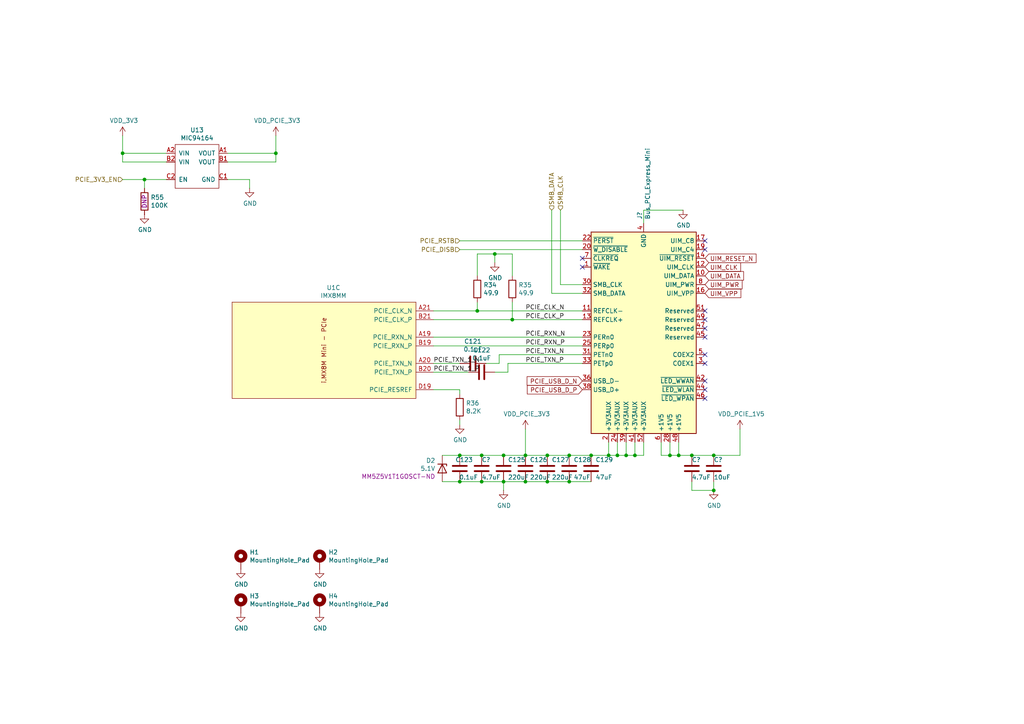
<source format=kicad_sch>
(kicad_sch (version 20231120) (generator "eeschema") (generator_version "8.0")
  (paper "A4")
  (title_block (title "kimχ micro") (date "2020-09-27") (rev "0.91") (company "GroupGets, LLC") (comment 2 "https://www.ohwr.org/project/cernohl/wikis/Documents/CERN-OHL-version-2") (comment 3 "Licensed CERN-OHL-S V.2") (comment 4 "Copyright © 2020 GroupGets, LLC"))
  (junction (at 80.01 44.45))
  (junction (at 139.7 139.7))
  (junction (at 146.05 132.08))
  (junction (at 176.53 132.08))
  (junction (at 207.01 132.08))
  (junction (at 143.51 73.66))
  (junction (at 146.05 139.7))
  (junction (at 158.75 139.7))
  (junction (at 194.31 132.08))
  (junction (at 148.59 92.71))
  (junction (at 165.1 139.7))
  (junction (at 41.91 52.07))
  (junction (at 207.01 142.24))
  (junction (at 184.15 132.08))
  (junction (at 181.61 132.08))
  (junction (at 133.35 132.08))
  (junction (at 196.85 132.08))
  (junction (at 133.35 139.7))
  (junction (at 152.4 139.7))
  (junction (at 179.07 132.08))
  (junction (at 139.7 132.08))
  (junction (at 165.1 132.08))
  (junction (at 152.4 132.08))
  (junction (at 171.45 132.08))
  (junction (at 138.43 90.17))
  (junction (at 35.56 44.45))
  (junction (at 158.75 132.08))
  (junction (at 200.66 132.08))
  (no_connect (at 168.91 77.47))
  (no_connect (at 204.47 97.79))
  (no_connect (at 204.47 115.57))
  (no_connect (at 204.47 102.87))
  (no_connect (at 204.47 105.41))
  (no_connect (at 204.47 113.03))
  (no_connect (at 204.47 95.25))
  (no_connect (at 204.47 110.49))
  (no_connect (at 168.91 74.93))
  (no_connect (at 204.47 90.17))
  (no_connect (at 204.47 92.71))
  (no_connect (at 204.47 72.39))
  (no_connect (at 204.47 69.85))
  (wire (pts (xy 133.35 139.7) (xy 139.7 139.7)))
  (wire (pts (xy 80.01 44.45) (xy 66.04 44.45)))
  (wire (pts (xy 165.1 132.08) (xy 171.45 132.08)))
  (wire (pts (xy 144.78 105.41) (xy 140.97 105.41)))
  (wire (pts (xy 139.7 139.7) (xy 146.05 139.7)))
  (wire (pts (xy 162.56 60.96) (xy 162.56 82.55)))
  (wire (pts (xy 35.56 39.37) (xy 35.56 44.45)))
  (wire (pts (xy 133.35 114.3) (xy 133.35 113.03)))
  (wire (pts (xy 143.51 73.66) (xy 138.43 73.66)))
  (wire (pts (xy 133.35 113.03) (xy 125.73 113.03)))
  (wire (pts (xy 179.07 132.08) (xy 181.61 132.08)))
  (wire (pts (xy 138.43 90.17) (xy 168.91 90.17)))
  (wire (pts (xy 152.4 139.7) (xy 158.75 139.7)))
  (wire (pts (xy 148.59 87.63) (xy 148.59 92.71)))
  (wire (pts (xy 72.39 52.07) (xy 66.04 52.07)))
  (wire (pts (xy 138.43 87.63) (xy 138.43 90.17)))
  (wire (pts (xy 198.12 60.96) (xy 186.69 60.96)))
  (wire (pts (xy 191.77 132.08) (xy 191.77 128.27)))
  (wire (pts (xy 144.78 105.41) (xy 144.78 102.87)))
  (wire (pts (xy 184.15 132.08) (xy 186.69 132.08)))
  (wire (pts (xy 125.73 107.95) (xy 135.89 107.95)))
  (wire (pts (xy 133.35 132.08) (xy 128.27 132.08)))
  (wire (pts (xy 41.91 54.61) (xy 41.91 52.07)))
  (wire (pts (xy 181.61 128.27) (xy 181.61 132.08)))
  (wire (pts (xy 144.78 102.87) (xy 168.91 102.87)))
  (wire (pts (xy 171.45 132.08) (xy 176.53 132.08)))
  (wire (pts (xy 143.51 73.66) (xy 143.51 76.2)))
  (wire (pts (xy 146.05 139.7) (xy 152.4 139.7)))
  (wire (pts (xy 152.4 132.08) (xy 158.75 132.08)))
  (wire (pts (xy 143.51 107.95) (xy 147.32 107.95)))
  (wire (pts (xy 80.01 39.37) (xy 80.01 44.45)))
  (wire (pts (xy 158.75 132.08) (xy 165.1 132.08)))
  (wire (pts (xy 168.91 105.41) (xy 147.32 105.41)))
  (wire (pts (xy 196.85 132.08) (xy 194.31 132.08)))
  (wire (pts (xy 35.56 46.99) (xy 48.26 46.99)))
  (wire (pts (xy 128.27 139.7) (xy 133.35 139.7)))
  (wire (pts (xy 184.15 128.27) (xy 184.15 132.08)))
  (wire (pts (xy 133.35 69.85) (xy 168.91 69.85)))
  (wire (pts (xy 125.73 90.17) (xy 138.43 90.17)))
  (wire (pts (xy 179.07 128.27) (xy 179.07 132.08)))
  (wire (pts (xy 139.7 132.08) (xy 133.35 132.08)))
  (wire (pts (xy 152.4 124.46) (xy 152.4 132.08)))
  (wire (pts (xy 207.01 132.08) (xy 214.63 132.08)))
  (wire (pts (xy 194.31 128.27) (xy 194.31 132.08)))
  (wire (pts (xy 200.66 142.24) (xy 207.01 142.24)))
  (wire (pts (xy 200.66 139.7) (xy 200.66 142.24)))
  (wire (pts (xy 181.61 132.08) (xy 184.15 132.08)))
  (wire (pts (xy 176.53 128.27) (xy 176.53 132.08)))
  (wire (pts (xy 165.1 139.7) (xy 171.45 139.7)))
  (wire (pts (xy 196.85 128.27) (xy 196.85 132.08)))
  (wire (pts (xy 48.26 44.45) (xy 35.56 44.45)))
  (wire (pts (xy 186.69 60.96) (xy 186.69 64.77)))
  (wire (pts (xy 162.56 82.55) (xy 168.91 82.55)))
  (wire (pts (xy 186.69 132.08) (xy 186.69 128.27)))
  (wire (pts (xy 200.66 132.08) (xy 207.01 132.08)))
  (wire (pts (xy 207.01 139.7) (xy 207.01 142.24)))
  (wire (pts (xy 200.66 132.08) (xy 196.85 132.08)))
  (wire (pts (xy 41.91 52.07) (xy 48.26 52.07)))
  (wire (pts (xy 168.91 100.33) (xy 125.73 100.33)))
  (wire (pts (xy 35.56 52.07) (xy 41.91 52.07)))
  (wire (pts (xy 35.56 44.45) (xy 35.56 46.99)))
  (wire (pts (xy 194.31 132.08) (xy 191.77 132.08)))
  (wire (pts (xy 148.59 80.01) (xy 148.59 73.66)))
  (wire (pts (xy 72.39 54.61) (xy 72.39 52.07)))
  (wire (pts (xy 214.63 124.46) (xy 214.63 132.08)))
  (wire (pts (xy 80.01 46.99) (xy 80.01 44.45)))
  (wire (pts (xy 176.53 132.08) (xy 179.07 132.08)))
  (wire (pts (xy 168.91 92.71) (xy 148.59 92.71)))
  (wire (pts (xy 133.35 72.39) (xy 168.91 72.39)))
  (wire (pts (xy 146.05 142.24) (xy 146.05 139.7)))
  (wire (pts (xy 146.05 132.08) (xy 139.7 132.08)))
  (wire (pts (xy 133.35 123.19) (xy 133.35 121.92)))
  (wire (pts (xy 147.32 107.95) (xy 147.32 105.41)))
  (wire (pts (xy 168.91 85.09) (xy 160.02 85.09)))
  (wire (pts (xy 152.4 132.08) (xy 146.05 132.08)))
  (wire (pts (xy 158.75 139.7) (xy 165.1 139.7)))
  (wire (pts (xy 138.43 73.66) (xy 138.43 80.01)))
  (wire (pts (xy 160.02 85.09) (xy 160.02 60.96)))
  (wire (pts (xy 133.35 105.41) (xy 125.73 105.41)))
  (wire (pts (xy 148.59 73.66) (xy 143.51 73.66)))
  (wire (pts (xy 125.73 97.79) (xy 168.91 97.79)))
  (wire (pts (xy 66.04 46.99) (xy 80.01 46.99)))
  (wire (pts (xy 148.59 92.71) (xy 125.73 92.71)))
  (label "PCIE_CLK_P" (at 152.4 92.71 0))
  (label "PCIE_RXN_P" (at 152.4 100.33 0))
  (label "PCIE_RXN_N" (at 152.4 97.79 0))
  (label "PCIE_CLK_N" (at 152.4 90.17 0))
  (label "PCIE_TXN_P" (at 152.4 105.41 0))
  (label "PCIE_TXN_1_P" (at 125.73 107.95 0))
  (label "PCIE_TXN_N" (at 152.4 102.87 0))
  (label "PCIE_TXN_1_N" (at 125.73 105.41 0))
  (global_label "UIM_RESET_N" (shape input) (at 204.47 74.93 0) (property "Intersheetrefs" "${INTERSHEET_REFS}" (effects (hide yes))))
  (global_label "UIM_VPP" (shape input) (at 204.47 85.09 0) (property "Intersheetrefs" "${INTERSHEET_REFS}" (effects (hide yes))))
  (global_label "PCIE_USB_D_N" (shape input) (at 168.91 110.49 180) (property "Intersheetrefs" "${INTERSHEET_REFS}" (effects (hide yes))))
  (global_label "UIM_DATA" (shape input) (at 204.47 80.01 0) (property "Intersheetrefs" "${INTERSHEET_REFS}" (effects (hide yes))))
  (global_label "UIM_PWR" (shape input) (at 204.47 82.55 0) (property "Intersheetrefs" "${INTERSHEET_REFS}" (effects (hide yes))))
  (global_label "UIM_CLK" (shape input) (at 204.47 77.47 0) (property "Intersheetrefs" "${INTERSHEET_REFS}" (effects (hide yes))))
  (global_label "PCIE_USB_D_P" (shape input) (at 168.91 113.03 180) (property "Intersheetrefs" "${INTERSHEET_REFS}" (effects (hide yes))))
  (hierarchical_label "PCIE_DISB" (shape input) (at 133.35 72.39 180))
  (hierarchical_label "PCIE_3V3_EN" (shape input) (at 35.56 52.07 180))
  (hierarchical_label "PCIE_RSTB" (shape input) (at 133.35 69.85 180))
  (hierarchical_label "SMB_DATA" (shape input) (at 160.02 60.96 90))
  (hierarchical_label "SMB_CLK" (shape input) (at 162.56 60.96 90))
  (symbol (lib_id "mxenc:Bus_PCI_Express_Mini") (at 186.69 95.25 0) (mirror x) (unit 1)
    (property "Reference" "J?" (at 185.5216 63.6524 90) (effects (justify right)))
    (property "Value" "Bus_PCI_Express_Mini" (at 187.833 63.6524 90) (effects (justify right)))
    (property "Footprint" "mxenc:1775838-2_conn_only" (effects (hide yes)))
    (property "Mfgr" "TE" (effects (hide yes)))
    (property "Vendorpart" "A125147CT-ND" (effects (hide yes)))
    (property "Mfgrpart" "2041262-1 " (effects (hide yes)))
    (instances (project "" (path "" (reference "J?") (unit 1)) (path "" (reference "J5") (unit 1))))
  )
  (symbol (lib_id "mxenc:MIMX8MM6DVTLZAA") (at 93.98 156.21 0) (unit 3)
    (property "Reference" "U1" (at 96.7232 83.439 0))
    (property "Value" "IMX8MM" (at 96.7232 85.7504 0))
    (property "Footprint" "mxenc:BGA-729_27x27_14.0x14.0mm" (effects (hide yes)))
    (property "Mfgr" "NXP" (effects (hide yes)))
    (property "Vendorpart" "568-15276-ND" (effects (hide yes)))
    (property "Mfgrpart" "MIMX8MM6CVTKZAA" (effects (hide yes)))
  )
  (symbol (lib_id "Device:R") (at 133.35 118.11 0) (unit 1)
    (property "Reference" "R36" (at 135.128 116.9416 0) (effects (justify left)))
    (property "Value" "8.2K" (at 135.128 119.253 0) (effects (justify left)))
    (property "Footprint" "Resistor_SMD:R_0201_0603Metric" (effects (hide yes)))
    (property "Mfgr" "Yageo" (effects (hide yes)))
    (property "Vendorpart" "YAG2353CT-ND" (effects (hide yes)))
    (property "Mfgrpart" "RC0201FR-078K2L" (effects (hide yes)))
  )
  (symbol (lib_id "power:GND") (at 133.35 123.19 0) (unit 1)
    (property "Reference" "#PWR0133" (effects (hide yes)))
    (property "Value" "GND" (at 133.477 127.5842 0))
  )
  (symbol (lib_id "Device:C") (at 139.7 107.95 270) (unit 1)
    (property "Reference" "C122" (at 139.7 101.5492 90))
    (property "Value" "0.1uF" (at 139.7 103.8606 90))
    (property "Footprint" "Capacitor_SMD:C_0201_0603Metric" (effects (hide yes)))
    (property "Mfgr" "Murata" (effects (hide yes)))
    (property "Vendorpart" "490-10390-1-ND" (effects (hide yes)))
    (property "Mfgrpart" "GRM033C80J104KE15D" (effects (hide yes)))
  )
  (symbol (lib_id "Device:C") (at 137.16 105.41 270) (unit 1)
    (property "Reference" "C121" (at 137.16 99.0092 90))
    (property "Value" "0.1uF" (at 137.16 101.3206 90))
    (property "Footprint" "Capacitor_SMD:C_0201_0603Metric" (effects (hide yes)))
    (property "Mfgr" "Murata" (effects (hide yes)))
    (property "Vendorpart" "490-10390-1-ND" (effects (hide yes)))
    (property "Mfgrpart" "GRM033C80J104KE15D" (effects (hide yes)))
  )
  (symbol (lib_id "Device:R") (at 138.43 83.82 0) (unit 1)
    (property "Reference" "R34" (at 140.208 82.6516 0) (effects (justify left)))
    (property "Value" "49.9" (at 140.208 84.963 0) (effects (justify left)))
    (property "Footprint" "Resistor_SMD:R_0201_0603Metric" (effects (hide yes)))
    (property "Mfgr" "Yageo" (effects (hide yes)))
    (property "Vendorpart" "YAG2702CT-ND" (effects (hide yes)))
    (property "Mfgrpart" "RC0201FR-0749R9L" (effects (hide yes)))
  )
  (symbol (lib_id "Device:R") (at 148.59 83.82 0) (unit 1)
    (property "Reference" "R35" (at 150.368 82.6516 0) (effects (justify left)))
    (property "Value" "49.9" (at 150.368 84.963 0) (effects (justify left)))
    (property "Footprint" "Resistor_SMD:R_0201_0603Metric" (effects (hide yes)))
    (property "Mfgr" "Yageo" (effects (hide yes)))
    (property "Vendorpart" "YAG2702CT-ND" (effects (hide yes)))
    (property "Mfgrpart" "RC0201FR-0749R9L" (effects (hide yes)))
  )
  (symbol (lib_id "power:GND") (at 143.51 76.2 0) (unit 1)
    (property "Reference" "#PWR0132" (effects (hide yes)))
    (property "Value" "GND" (at 143.637 80.5942 0))
  )
  (symbol (lib_id "mxenc:VDD_PCIE_1V5") (at 214.63 124.46 0) (unit 1)
    (property "Reference" "#PWR0135" (effects (hide yes)))
    (property "Value" "VDD_PCIE_1V5" (at 215.011 120.0658 0))
  )
  (symbol (lib_id "Device:C") (at 200.66 135.89 0) (unit 1)
    (property "Reference" "C?" (at 200.66 133.35 0) (effects (justify left)))
    (property "Value" "4.7uF" (at 200.66 138.43 0) (effects (justify left)))
    (property "Footprint" "Capacitor_SMD:C_0402_1005Metric" (effects (hide yes)))
    (property "Mfgr" "Murata" (effects (hide yes)))
    (property "Vendorpart" "490-14458-1-ND" (effects (hide yes)))
    (property "Mfgrpart" "GRM155C80J475MEAAD" (effects (hide yes)))
    (instances (project "" (path "" (reference "C?") (unit 1)) (path "" (reference "C130") (unit 1))))
  )
  (symbol (lib_id "Device:C") (at 207.01 135.89 0) (unit 1)
    (property "Reference" "C?" (at 207.01 133.35 0) (effects (justify left)))
    (property "Value" "10uF" (at 207.01 138.43 0) (effects (justify left)))
    (property "Footprint" "Capacitor_SMD:C_0402_1005Metric" (effects (hide yes)))
    (property "Mfgr" "Murata" (effects (hide yes)))
    (property "Vendorpart" "490-13233-1-ND" (effects (hide yes)))
    (property "Mfgrpart" "GRM155C80J106ME11D" (effects (hide yes)))
    (instances (project "" (path "" (reference "C?") (unit 1)) (path "" (reference "C131") (unit 1))))
  )
  (symbol (lib_id "Device:C") (at 171.45 135.89 0) (unit 1)
    (property "Reference" "C129" (at 172.72 133.35 0) (effects (justify left)))
    (property "Value" "47uF" (at 172.72 138.43 0) (effects (justify left)))
    (property "Footprint" "Capacitor_SMD:C_0805_2012Metric" (effects (hide yes)))
    (property "Mfgr" "Murata" (effects (hide yes)))
    (property "Vendorpart" "490-9954-1-ND" (effects (hide yes)))
    (property "Mfgrpart" "GRM21BC80G476ME15L" (effects (hide yes)))
  )
  (symbol (lib_id "Device:C") (at 165.1 135.89 0) (unit 1)
    (property "Reference" "C128" (at 166.37 133.35 0) (effects (justify left)))
    (property "Value" "47uF" (at 166.37 138.43 0) (effects (justify left)))
    (property "Footprint" "Capacitor_SMD:C_0805_2012Metric" (effects (hide yes)))
    (property "Mfgr" "Murata" (effects (hide yes)))
    (property "Vendorpart" "490-9954-1-ND" (effects (hide yes)))
    (property "Mfgrpart" "GRM21BC80G476ME15L" (effects (hide yes)))
  )
  (symbol (lib_id "Device:C") (at 158.75 135.89 0) (unit 1)
    (property "Reference" "C127" (at 160.02 133.35 0) (effects (justify left)))
    (property "Value" "220uF" (at 160.02 138.43 0) (effects (justify left)))
    (property "Footprint" "Capacitor_SMD:C_1206_3216Metric" (effects (hide yes)))
    (property "Mfgr" "Murata" (effects (hide yes)))
    (property "Vendorpart" "490-13970-1-ND" (effects (hide yes)))
    (property "Mfgrpart" "GRM31CR60J227ME11L" (effects (hide yes)))
  )
  (symbol (lib_id "Device:C") (at 152.4 135.89 0) (unit 1)
    (property "Reference" "C126" (at 153.67 133.35 0) (effects (justify left)))
    (property "Value" "220uF" (at 153.67 138.43 0) (effects (justify left)))
    (property "Footprint" "Capacitor_SMD:C_1206_3216Metric" (effects (hide yes)))
    (property "Mfgr" "Murata" (effects (hide yes)))
    (property "Vendorpart" "490-13970-1-ND" (effects (hide yes)))
    (property "Mfgrpart" "GRM31CR60J227ME11L" (effects (hide yes)))
  )
  (symbol (lib_id "Device:C") (at 146.05 135.89 0) (unit 1)
    (property "Reference" "C125" (at 147.32 133.35 0) (effects (justify left)))
    (property "Value" "220uF" (at 147.32 138.43 0) (effects (justify left)))
    (property "Footprint" "Capacitor_SMD:C_1206_3216Metric" (effects (hide yes)))
    (property "Mfgr" "Murata" (effects (hide yes)))
    (property "Vendorpart" "490-13970-1-ND" (effects (hide yes)))
    (property "Mfgrpart" "GRM31CR60J227ME11L" (effects (hide yes)))
  )
  (symbol (lib_id "power:GND") (at 146.05 142.24 0) (unit 1)
    (property "Reference" "#PWR0136" (effects (hide yes)))
    (property "Value" "GND" (at 146.177 146.6342 0))
  )
  (symbol (lib_id "Device:C") (at 139.7 135.89 0) (unit 1)
    (property "Reference" "C?" (at 139.7 133.35 0) (effects (justify left)))
    (property "Value" "4.7uF" (at 139.7 138.43 0) (effects (justify left)))
    (property "Footprint" "Capacitor_SMD:C_0402_1005Metric" (effects (hide yes)))
    (property "Mfgr" "Murata" (effects (hide yes)))
    (property "Vendorpart" "490-14458-1-ND" (effects (hide yes)))
    (property "Mfgrpart" "GRM155C80J475MEAAD" (effects (hide yes)))
    (instances (project "" (path "" (reference "C?") (unit 1)) (path "" (reference "C124") (unit 1))))
  )
  (symbol (lib_id "Device:C") (at 133.35 135.89 0) (unit 1)
    (property "Reference" "C123" (at 134.62 133.35 0))
    (property "Value" "0.1uF" (at 135.89 138.43 0))
    (property "Footprint" "Capacitor_SMD:C_0201_0603Metric" (effects (hide yes)))
    (property "Mfgr" "Murata" (effects (hide yes)))
    (property "Vendorpart" "490-10390-1-ND" (effects (hide yes)))
    (property "Mfgrpart" "GRM033C80J104KE15D" (effects (hide yes)))
  )
  (symbol (lib_id "power:GND") (at 198.12 60.96 0) (unit 1)
    (property "Reference" "#PWR0131" (effects (hide yes)))
    (property "Value" "GND" (at 198.247 65.3542 0))
  )
  (symbol (lib_id "power:GND") (at 207.01 142.24 0) (unit 1)
    (property "Reference" "#PWR0137" (effects (hide yes)))
    (property "Value" "GND" (at 207.137 146.6342 0))
  )
  (symbol (lib_id "Device:D_Zener") (at 128.27 135.89 270) (unit 1)
    (property "Reference" "D2" (at 126.2634 133.5786 90) (effects (justify right)))
    (property "Value" "5.1V" (at 126.2634 135.89 90) (effects (justify right)))
    (property "Footprint" "Diode_SMD:D_SOD-523" (effects (hide yes)))
    (property "Vendorpart" "MM5Z5V1T1GOSCT-ND" (at 126.2634 138.2014 90) (effects (justify right)))
    (property "Mfgr" "On Semi" (effects (hide yes)))
    (property "Mfgrpart" "MM5Z5V1T1G" (effects (hide yes)))
  )
  (symbol (lib_id "Mechanical:MountingHole_Pad") (at 69.85 162.56 0) (unit 1)
    (property "Reference" "H1" (at 72.39 160.1724 0) (effects (justify left)))
    (property "Value" "MountingHole_Pad" (at 72.39 162.4838 0) (effects (justify left)))
    (property "Footprint" "mxenc:MountingHole_M2_Hole" (effects (hide yes)))
  )
  (symbol (lib_id "power:GND") (at 69.85 165.1 0) (unit 1)
    (property "Reference" "#PWR0224" (effects (hide yes)))
    (property "Value" "GND" (at 69.977 169.4942 0))
  )
  (symbol (lib_id "power:GND") (at 92.71 165.1 0) (unit 1)
    (property "Reference" "#PWR0225" (effects (hide yes)))
    (property "Value" "GND" (at 92.837 169.4942 0))
  )
  (symbol (lib_id "power:GND") (at 69.85 177.8 0) (unit 1)
    (property "Reference" "#PWR0226" (effects (hide yes)))
    (property "Value" "GND" (at 69.977 182.1942 0))
  )
  (symbol (lib_id "power:GND") (at 92.71 177.8 0) (unit 1)
    (property "Reference" "#PWR0227" (effects (hide yes)))
    (property "Value" "GND" (at 92.837 182.1942 0))
  )
  (symbol (lib_id "Mechanical:MountingHole_Pad") (at 92.71 162.56 0) (unit 1)
    (property "Reference" "H2" (at 95.25 160.1724 0) (effects (justify left)))
    (property "Value" "MountingHole_Pad" (at 95.25 162.4838 0) (effects (justify left)))
    (property "Footprint" "mxenc:MountingHole_M2_Hole" (effects (hide yes)))
  )
  (symbol (lib_id "Mechanical:MountingHole_Pad") (at 92.71 175.26 0) (unit 1)
    (property "Reference" "H4" (at 95.25 172.8724 0) (effects (justify left)))
    (property "Value" "MountingHole_Pad" (at 95.25 175.1838 0) (effects (justify left)))
    (property "Footprint" "mxenc:MountingHole_M2_Hole" (effects (hide yes)))
  )
  (symbol (lib_id "Mechanical:MountingHole_Pad") (at 69.85 175.26 0) (unit 1)
    (property "Reference" "H3" (at 72.39 172.8724 0) (effects (justify left)))
    (property "Value" "MountingHole_Pad" (at 72.39 175.1838 0) (effects (justify left)))
    (property "Footprint" "mxenc:MountingHole_M2_Hole" (effects (hide yes)))
  )
  (symbol (lib_id "mxenc:MIC94164") (at 57.15 48.26 0) (unit 1)
    (property "Reference" "U13" (at 57.15 37.719 0))
    (property "Value" "MIC94164" (at 57.15 40.0304 0))
    (property "Footprint" "mxenc:BGA-6_3x2_1.5x1.0mm" (effects (hide yes)))
    (property "Vendorpart" "576-4455-1-ND" (effects (hide yes)))
    (property "Mfgr" "Microchip" (effects (hide yes)))
    (property "Mfgrpart" "MIC94164YCS-TR" (effects (hide yes)))
    (property "Alt PN" "NCP339BFCT2G" (effects (hide yes)))
    (instances (project "" (path "" (reference "U13") (unit 1)) (path "" (reference "U?") (unit 1))))
  )
  (symbol (lib_id "mxenc:VDD_3V3") (at 35.56 39.37 0) (unit 1)
    (property "Reference" "#PWR0134" (effects (hide yes)))
    (property "Value" "VDD_3V3" (at 35.941 34.9758 0))
  )
  (symbol (lib_id "power:GND") (at 72.39 54.61 0) (unit 1)
    (property "Reference" "#PWR0238" (effects (hide yes)))
    (property "Value" "GND" (at 72.517 59.0042 0))
  )
  (symbol (lib_id "mxenc:VDD_PCIE_3V3") (at 80.01 39.37 0) (unit 1)
    (property "Reference" "#PWR0233" (effects (hide yes)))
    (property "Value" "VDD_PCIE_3V3" (at 80.391 34.9758 0))
  )
  (symbol (lib_id "mxenc:VDD_PCIE_3V3") (at 152.4 124.46 0) (unit 1)
    (property "Reference" "#PWR0236" (effects (hide yes)))
    (property "Value" "VDD_PCIE_3V3" (at 152.781 120.0658 0))
  )
  (symbol (lib_id "Device:R") (at 41.91 58.42 0) (unit 1)
    (property "Reference" "R55" (at 43.688 57.2516 0) (effects (justify left)))
    (property "Value" "100K" (at 43.688 59.563 0) (effects (justify left)))
    (property "Footprint" "Resistor_SMD:R_0201_0603Metric" (effects (hide yes)))
    (property "Mfgr" "Yageo" (effects (hide yes)))
    (property "Vendorpart" "311-100KNCT-ND" (effects (hide yes)))
    (property "Mfgrpart" "RC0201JR-07100KL" (effects (hide yes)))
    (property "Populate" "DNP" (at 41.91 58.42 90))
    (instances (project "" (path "" (reference "R55") (unit 1)) (path "" (reference "R?") (unit 1))))
  )
  (symbol (lib_id "power:GND") (at 41.91 62.23 0) (unit 1)
    (property "Reference" "#PWR0240" (effects (hide yes)))
    (property "Value" "GND" (at 42.037 66.6242 0))
  )
)
</source>
